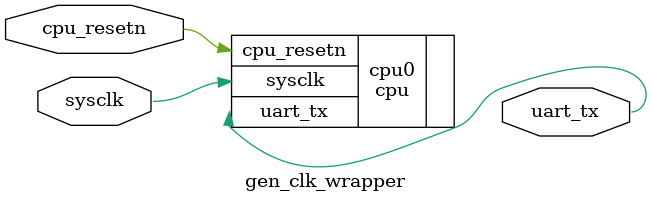
<source format=v>
`timescale 1 ps / 1 ps

module gen_clk_wrapper(
    input wire sysclk,
    input wire cpu_resetn,
    output wire uart_tx
    );
  
//  wire cpuclk;

//  gen_clk gen_clk_i
//       (.cpuclk(cpuclk),
//        .sysclk(sysclk));
        
  cpu cpu0(
        .sysclk(sysclk),
        .cpu_resetn(cpu_resetn),
        .uart_tx(uart_tx)
    );
endmodule

</source>
